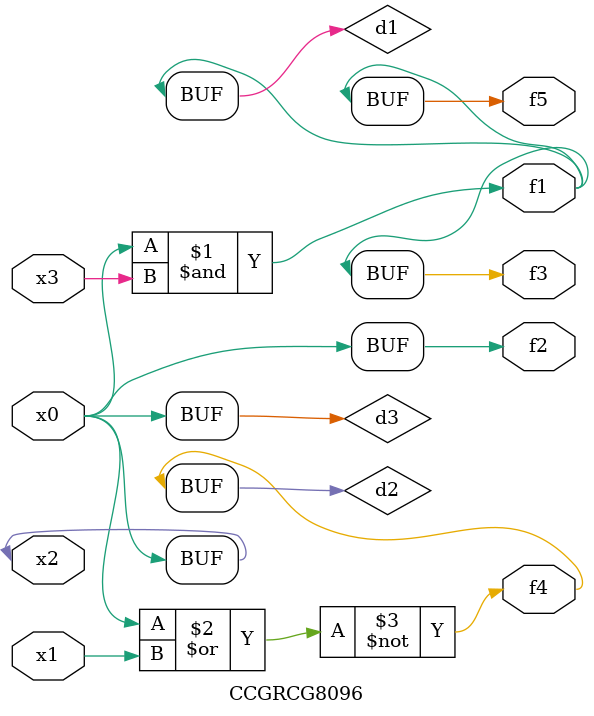
<source format=v>
module CCGRCG8096(
	input x0, x1, x2, x3,
	output f1, f2, f3, f4, f5
);

	wire d1, d2, d3;

	and (d1, x2, x3);
	nor (d2, x0, x1);
	buf (d3, x0, x2);
	assign f1 = d1;
	assign f2 = d3;
	assign f3 = d1;
	assign f4 = d2;
	assign f5 = d1;
endmodule

</source>
